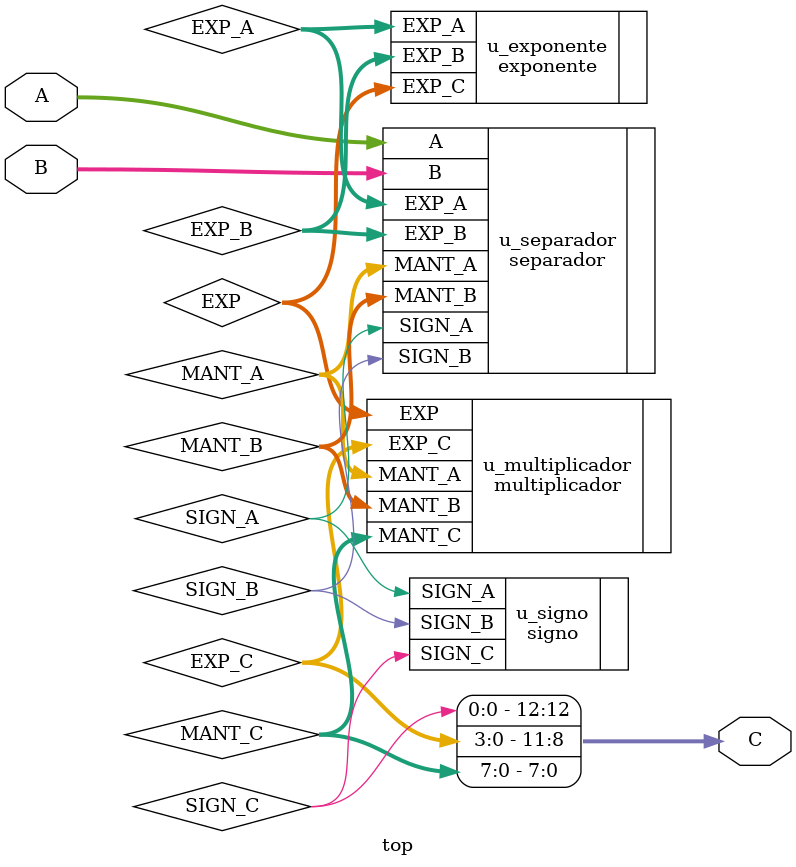
<source format=v>
module top #(
    parameter NB_MANT   = 8,
    parameter NB_EXP    = 4,
    parameter NB_TOTAL  = 13
)
(
    input [NB_TOTAL-1:0] A,
    input [NB_TOTAL-1:0] B,

    output [NB_TOTAL-1:0] C
);

localparam BIAS = 7;

wire [NB_MANT-1:0]  MANT_A, MANT_B, MANT_C;
wire [NB_EXP-1:0]   EXP_A, EXP_B, EXP, EXP_C;
wire                SIGN_A, SIGN_B, SIGN_C;


separador #(
        .NB_MANT    (NB_MANT)   ,
        .NB_EXP     (NB_EXP)    ,
        .NB_TOTAL   (NB_TOTAL)
    )
    u_separador(
        .A(A)           ,
        .B(B)           ,

        .MANT_A(MANT_A) ,
        .MANT_B(MANT_B) ,
        
        .EXP_A(EXP_A)   ,
        .EXP_B(EXP_B)   ,

        .SIGN_A(SIGN_A) ,
        .SIGN_B(SIGN_B)
    );

exponente #(
        .NB_EXP(NB_EXP) ,
        .BIAS(BIAS)
    ) u_exponente(
        .EXP_A(EXP_A)   ,
        .EXP_B(EXP_B)   ,

        .EXP_C(EXP)
    );

multiplicador #(
        .NB_MANT(NB_MANT),
        .NB_EXP(NB_EXP)
    ) u_multiplicador(
        .MANT_A(MANT_A) ,
        .MANT_B(MANT_B) ,
        .EXP(EXP)       ,

        .EXP_C(EXP_C)   ,

        .MANT_C(MANT_C)
    );

signo #() u_signo(
        .SIGN_A(SIGN_A) ,
        .SIGN_B(SIGN_B) ,

        .SIGN_C(SIGN_C)
    );

assign C = {SIGN_C, EXP_C, MANT_C};


endmodule
</source>
